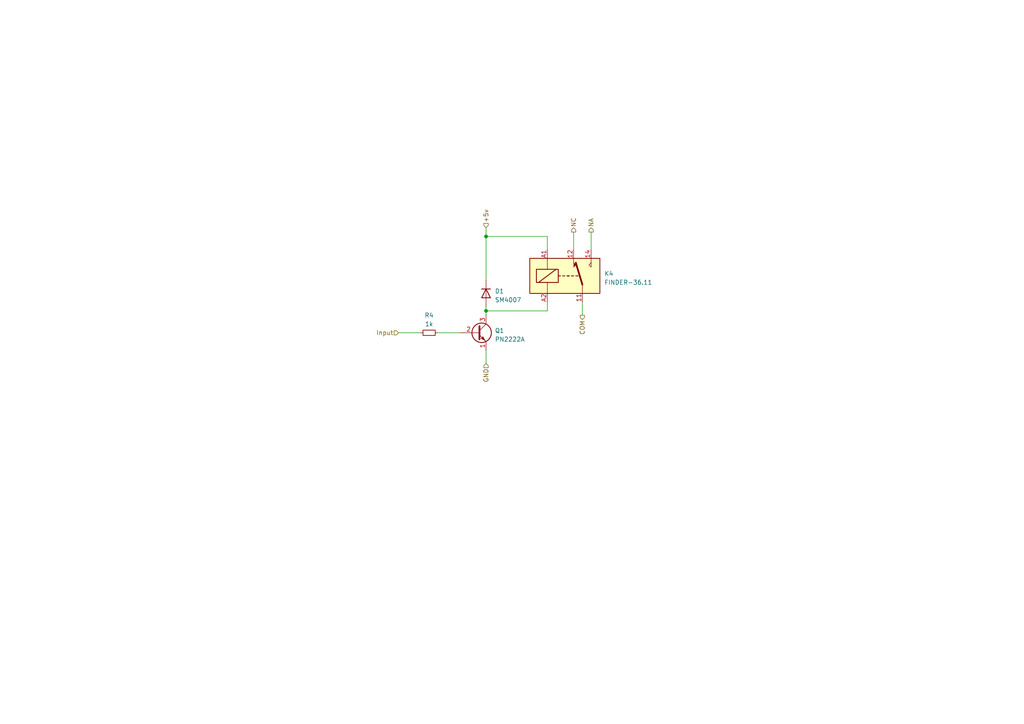
<source format=kicad_sch>
(kicad_sch (version 20230121) (generator eeschema)
  (paper "A4")
  (lib_symbols
    (symbol "Device:R_Small" (pin_numbers hide) (pin_names (offset 0.254) hide)
      (property "Reference" "R" (at 0.762 0.508 0))
      (property "Value" "R_Small" (at 0.762 -1.016 0))
      (symbol "R_Small_0_1"
        (rectangle (start -0.762 1.778) (end 0.762 -1.778) (stroke (width 0.2032)))
      )
      (symbol "R_Small_1_1"
        (pin passive line (at 0 2.54 270) (length 0.762) (name "~") (number "1"))
        (pin passive line (at 0 -2.54 90) (length 0.762) (name "~") (number "2"))
      )
    )
    (symbol "Diode:SM4007" (pin_numbers hide) (pin_names hide)
      (property "Reference" "D" (at 0 2.54 0))
      (property "Value" "SM4007" (at 0 -2.54 0))
      (symbol "SM4007_0_1"
        (polyline (pts (xy -1.27 1.27) (xy -1.27 -1.27)) (stroke (width 0.254)))
        (polyline (pts (xy 1.27 0) (xy -1.27 0)))
        (polyline (pts (xy 1.27 1.27) (xy 1.27 -1.27) (xy -1.27 0) (xy 1.27 1.27)) (stroke (width 0.254)))
      )
      (symbol "SM4007_1_1"
        (pin passive line (at -3.81 0 0) (length 2.54) (name "K") (number "1"))
        (pin passive line (at 3.81 0 180) (length 2.54) (name "A") (number "2"))
      )
    )
    (symbol "Relay:FINDER-36.11"
      (property "Reference" "K" (at 11.43 3.81 0))
      (property "Value" "FINDER-36.11" (at 11.43 1.27 0))
      (symbol "FINDER-36.11_0_0"
        (polyline (pts (xy 2.54 3.81) (xy 2.54 5.08)))
        (polyline (pts (xy 7.62 3.81) (xy 7.62 5.08)))
        (polyline (pts (xy 7.62 3.81) (xy 7.62 2.54) (xy 6.985 3.175) (xy 7.62 3.81)))
      )
      (symbol "FINDER-36.11_0_1"
        (rectangle (start -10.16 5.08) (end 10.16 -5.08) (stroke (width 0.254)) (fill (type background)))
        (rectangle (start -8.255 1.905) (end -1.905 -1.905) (stroke (width 0.254)))
        (polyline (pts (xy -7.62 -1.905) (xy -2.54 1.905)) (stroke (width 0.254)))
        (polyline (pts (xy -5.08 -5.08) (xy -5.08 -1.905)))
        (polyline (pts (xy -5.08 5.08) (xy -5.08 1.905)))
        (polyline (pts (xy -1.905 0) (xy -1.27 0)) (stroke (width 0.254)))
        (polyline (pts (xy -0.635 0) (xy 0 0)) (stroke (width 0.254)))
        (polyline (pts (xy 0.635 0) (xy 1.27 0)) (stroke (width 0.254)))
        (polyline (pts (xy 0.635 0) (xy 1.27 0)) (stroke (width 0.254)))
        (polyline (pts (xy 1.905 0) (xy 2.54 0)) (stroke (width 0.254)))
        (polyline (pts (xy 3.175 0) (xy 3.81 0)) (stroke (width 0.254)))
        (polyline (pts (xy 5.08 -2.54) (xy 3.175 3.81)) (stroke (width 0.508)))
        (polyline (pts (xy 5.08 -2.54) (xy 5.08 -5.08)))
        (polyline (pts (xy 2.54 2.54) (xy 3.175 3.175) (xy 2.54 3.81)) (fill (type outline)))
      )
      (symbol "FINDER-36.11_1_1"
        (pin passive line (at 5.08 -7.62 90) (length 2.54) (name "~") (number "11"))
        (pin passive line (at 2.54 7.62 270) (length 2.54) (name "~") (number "12"))
        (pin passive line (at 7.62 7.62 270) (length 2.54) (name "~") (number "14"))
        (pin passive line (at -5.08 7.62 270) (length 2.54) (name "~") (number "A1"))
        (pin passive line (at -5.08 -7.62 90) (length 2.54) (name "~") (number "A2"))
      )
    )
    (symbol "Transistor_BJT:PN2222A" (pin_names (offset 0) hide)
      (property "Reference" "Q" (at 5.08 1.905 0))
      (property "Value" "PN2222A" (at 5.08 0 0))
      (symbol "PN2222A_0_1"
        (polyline (pts (xy 0 0) (xy 0.635 0)))
        (polyline (pts (xy 2.54 -2.54) (xy 0.635 -0.635)))
        (polyline (pts (xy 2.54 2.54) (xy 0.635 0.635)))
        (polyline (pts (xy 0.635 1.905) (xy 0.635 -1.905) (xy 0.635 -1.905)) (stroke (width 0.508)))
        (polyline (pts (xy 2.413 -2.413) (xy 1.905 -1.905) (xy 1.905 -1.905)))
        (polyline (pts (xy 1.143 -1.651) (xy 1.651 -1.143) (xy 2.159 -2.159) (xy 1.143 -1.651) (xy 1.143 -1.651)) (fill (type outline)))
        (circle (center 1.27 0) (radius 2.8194) (stroke (width 0.254)))
      )
      (symbol "PN2222A_1_1"
        (pin passive line (at 2.54 -5.08 90) (length 2.54) (name "E") (number "1"))
        (pin input line (at -5.08 0 0) (length 5.08) (name "B") (number "2"))
        (pin passive line (at 2.54 5.08 270) (length 2.54) (name "C") (number "3"))
      )
    )
  )
  (junction (at 140.97 68.58))
  (junction (at 140.97 90.17))
  (wire (pts (xy 140.97 68.58) (xy 140.97 81.28)))
  (wire (pts (xy 168.91 87.63) (xy 168.91 91.44)))
  (wire (pts (xy 140.97 88.9) (xy 140.97 90.17)))
  (wire (pts (xy 158.75 87.63) (xy 158.75 90.17)))
  (wire (pts (xy 140.97 101.6) (xy 140.97 105.41)))
  (wire (pts (xy 171.45 67.31) (xy 171.45 72.39)))
  (wire (pts (xy 115.57 96.52) (xy 121.92 96.52)))
  (wire (pts (xy 158.75 68.58) (xy 158.75 72.39)))
  (wire (pts (xy 140.97 68.58) (xy 158.75 68.58)))
  (wire (pts (xy 166.37 67.31) (xy 166.37 72.39)))
  (wire (pts (xy 140.97 66.04) (xy 140.97 68.58)))
  (wire (pts (xy 127 96.52) (xy 133.35 96.52)))
  (wire (pts (xy 140.97 90.17) (xy 158.75 90.17)))
  (wire (pts (xy 140.97 90.17) (xy 140.97 91.44)))
  (hierarchical_label "GND" (shape input) (at 140.97 105.41 270))
  (hierarchical_label "COM" (shape output) (at 168.91 91.44 270))
  (hierarchical_label "+5v" (shape input) (at 140.97 66.04 90))
  (hierarchical_label "NA" (shape output) (at 171.45 67.31 90))
  (hierarchical_label "Input" (shape input) (at 115.57 96.52 180))
  (hierarchical_label "NC" (shape output) (at 166.37 67.31 90))
  (symbol (lib_id "Transistor_BJT:PN2222A") (at 138.43 96.52 0) (unit 1)
    (property "Reference" "Q1" (at 143.51 95.885 0) (effects (justify left)))
    (property "Value" "PN2222A" (at 143.51 98.425 0) (effects (justify left)))
    (property "Footprint" "Package_TO_SOT_THT:TO-92_Inline" (effects hide))
    (property "Datasheet" "https://www.onsemi.com/pub/Collateral/PN2222-D.PDF" (effects hide))
    (instances (project "dETECTOR DE INCENDIO" (path "" (reference "Q1") (unit 1)) (path "" (reference "Q1") (unit 1)) (path "" (reference "Q2") (unit 1))))
  )
  (symbol (lib_id "Device:R_Small") (at 124.46 96.52 90) (unit 1)
    (property "Reference" "R4" (at 124.46 91.44 90))
    (property "Value" "1k" (at 124.46 93.98 90))
    (property "Footprint" "Resistor_SMD:R_1206_3216Metric" (effects hide))
    (instances (project "dETECTOR DE INCENDIO" (path "" (reference "R4") (unit 1)) (path "" (reference "R4") (unit 1)) (path "" (reference "R5") (unit 1))))
  )
  (symbol (lib_id "Diode:SM4007") (at 140.97 85.09 270) (unit 1)
    (property "Reference" "D1" (at 143.51 84.455 90) (effects (justify left)))
    (property "Value" "SM4007" (at 143.51 86.995 90) (effects (justify left)))
    (property "Footprint" "Diode_SMD:D_MELF" (effects hide))
    (property "Datasheet" "http://cdn-reichelt.de/documents/datenblatt/A400/SMD1N400%23DIO.pdf" (effects hide))
    (property "Sim.Device" "D" (effects hide))
    (property "Sim.Pins" "1=K 2=A" (effects hide))
    (instances (project "dETECTOR DE INCENDIO" (path "" (reference "D1") (unit 1)) (path "" (reference "D4") (unit 1)) (path "" (reference "D4") (unit 1)) (path "" (reference "D5") (unit 1))))
  )
  (symbol (lib_id "Relay:FINDER-36.11") (at 163.83 80.01 0) (unit 1)
    (property "Reference" "K4" (at 175.26 79.375 0) (effects (justify left)))
    (property "Value" "FINDER-36.11" (at 175.26 81.915 0) (effects (justify left)))
    (property "Footprint" "Relay_THT:Relay_SPDT_Finder_36.11" (effects hide))
    (property "Datasheet" "https://gfinder.findernet.com/public/attachments/36/EN/S36EN.pdf" (effects hide))
    (instances (project "dETECTOR DE INCENDIO" (path "" (reference "K4") (unit 1)) (path "" (reference "K3") (unit 1))))
  )
)
</source>
